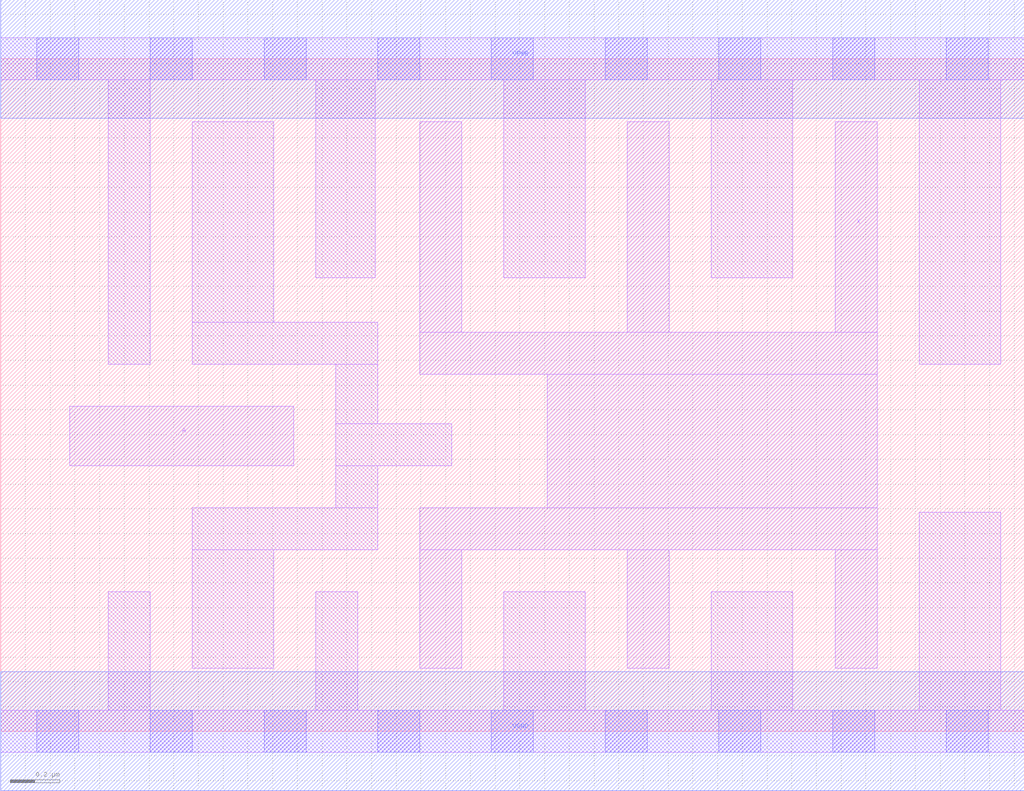
<source format=lef>
# Copyright 2020 The SkyWater PDK Authors
#
# Licensed under the Apache License, Version 2.0 (the "License");
# you may not use this file except in compliance with the License.
# You may obtain a copy of the License at
#
#     https://www.apache.org/licenses/LICENSE-2.0
#
# Unless required by applicable law or agreed to in writing, software
# distributed under the License is distributed on an "AS IS" BASIS,
# WITHOUT WARRANTIES OR CONDITIONS OF ANY KIND, either express or implied.
# See the License for the specific language governing permissions and
# limitations under the License.
#
# SPDX-License-Identifier: Apache-2.0

VERSION 5.7 ;
  NAMESCASESENSITIVE ON ;
  NOWIREEXTENSIONATPIN ON ;
  DIVIDERCHAR "/" ;
  BUSBITCHARS "[]" ;
UNITS
  DATABASE MICRONS 200 ;
END UNITS
MACRO sky130_fd_sc_hd__buf_6
  CLASS CORE ;
  FOREIGN sky130_fd_sc_hd__buf_6 ;
  ORIGIN  0.000000  0.000000 ;
  SIZE  4.140000 BY  2.720000 ;
  SYMMETRY X Y R90 ;
  SITE unithd ;
  PIN A
    ANTENNAGATEAREA  0.495000 ;
    DIRECTION INPUT ;
    USE SIGNAL ;
    PORT
      LAYER li1 ;
        RECT 0.280000 1.075000 1.185000 1.315000 ;
    END
  END A
  PIN X
    ANTENNADIFFAREA  1.336500 ;
    DIRECTION OUTPUT ;
    USE SIGNAL ;
    PORT
      LAYER li1 ;
        RECT 1.695000 0.255000 1.865000 0.735000 ;
        RECT 1.695000 0.735000 3.545000 0.905000 ;
        RECT 1.695000 1.445000 3.545000 1.615000 ;
        RECT 1.695000 1.615000 1.865000 2.465000 ;
        RECT 2.210000 0.905000 3.545000 1.445000 ;
        RECT 2.535000 0.255000 2.705000 0.735000 ;
        RECT 2.535000 1.615000 2.705000 2.465000 ;
        RECT 3.375000 0.255000 3.545000 0.735000 ;
        RECT 3.375000 1.615000 3.545000 2.465000 ;
    END
  END X
  PIN VGND
    DIRECTION INOUT ;
    SHAPE ABUTMENT ;
    USE GROUND ;
    PORT
      LAYER met1 ;
        RECT 0.000000 -0.240000 4.140000 0.240000 ;
    END
  END VGND
  PIN VPWR
    DIRECTION INOUT ;
    SHAPE ABUTMENT ;
    USE POWER ;
    PORT
      LAYER met1 ;
        RECT 0.000000 2.480000 4.140000 2.960000 ;
    END
  END VPWR
  OBS
    LAYER li1 ;
      RECT 0.000000 -0.085000 4.140000 0.085000 ;
      RECT 0.000000  2.635000 4.140000 2.805000 ;
      RECT 0.435000  0.085000 0.605000 0.565000 ;
      RECT 0.435000  1.485000 0.605000 2.635000 ;
      RECT 0.775000  0.255000 1.105000 0.735000 ;
      RECT 0.775000  0.735000 1.525000 0.905000 ;
      RECT 0.775000  1.485000 1.525000 1.655000 ;
      RECT 0.775000  1.655000 1.105000 2.465000 ;
      RECT 1.275000  0.085000 1.445000 0.565000 ;
      RECT 1.275000  1.835000 1.515000 2.635000 ;
      RECT 1.355000  0.905000 1.525000 1.075000 ;
      RECT 1.355000  1.075000 1.825000 1.245000 ;
      RECT 1.355000  1.245000 1.525000 1.485000 ;
      RECT 2.035000  0.085000 2.365000 0.565000 ;
      RECT 2.035000  1.835000 2.365000 2.635000 ;
      RECT 2.875000  0.085000 3.205000 0.565000 ;
      RECT 2.875000  1.835000 3.205000 2.635000 ;
      RECT 3.715000  0.085000 4.045000 0.885000 ;
      RECT 3.715000  1.485000 4.045000 2.635000 ;
    LAYER mcon ;
      RECT 0.145000 -0.085000 0.315000 0.085000 ;
      RECT 0.145000  2.635000 0.315000 2.805000 ;
      RECT 0.605000 -0.085000 0.775000 0.085000 ;
      RECT 0.605000  2.635000 0.775000 2.805000 ;
      RECT 1.065000 -0.085000 1.235000 0.085000 ;
      RECT 1.065000  2.635000 1.235000 2.805000 ;
      RECT 1.525000 -0.085000 1.695000 0.085000 ;
      RECT 1.525000  2.635000 1.695000 2.805000 ;
      RECT 1.985000 -0.085000 2.155000 0.085000 ;
      RECT 1.985000  2.635000 2.155000 2.805000 ;
      RECT 2.445000 -0.085000 2.615000 0.085000 ;
      RECT 2.445000  2.635000 2.615000 2.805000 ;
      RECT 2.905000 -0.085000 3.075000 0.085000 ;
      RECT 2.905000  2.635000 3.075000 2.805000 ;
      RECT 3.365000 -0.085000 3.535000 0.085000 ;
      RECT 3.365000  2.635000 3.535000 2.805000 ;
      RECT 3.825000 -0.085000 3.995000 0.085000 ;
      RECT 3.825000  2.635000 3.995000 2.805000 ;
  END
END sky130_fd_sc_hd__buf_6
END LIBRARY

</source>
